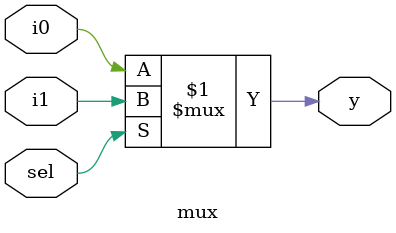
<source format=v>
module mux(input sel,
           input i0,i1,
           output y);

      assign y=sel?i1:i0;
endmodule

</source>
